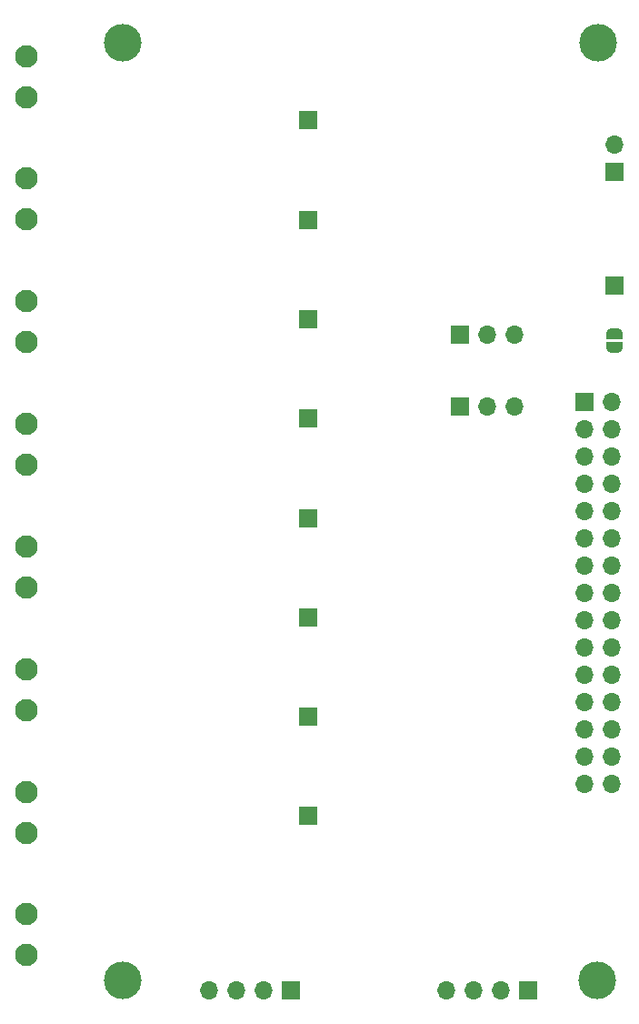
<source format=gbr>
%TF.GenerationSoftware,KiCad,Pcbnew,9.0.6*%
%TF.CreationDate,2025-11-26T11:14:55+11:00*%
%TF.ProjectId,v8_equip_dig_in_non_iso,76385f65-7175-4697-905f-6469675f696e,rev?*%
%TF.SameCoordinates,Original*%
%TF.FileFunction,Soldermask,Bot*%
%TF.FilePolarity,Negative*%
%FSLAX46Y46*%
G04 Gerber Fmt 4.6, Leading zero omitted, Abs format (unit mm)*
G04 Created by KiCad (PCBNEW 9.0.6) date 2025-11-26 11:14:55*
%MOMM*%
%LPD*%
G01*
G04 APERTURE LIST*
G04 Aperture macros list*
%AMFreePoly0*
4,1,23,0.500000,-0.750000,0.000000,-0.750000,0.000000,-0.745722,-0.065263,-0.745722,-0.191342,-0.711940,-0.304381,-0.646677,-0.396677,-0.554381,-0.461940,-0.441342,-0.495722,-0.315263,-0.495722,-0.250000,-0.500000,-0.250000,-0.500000,0.250000,-0.495722,0.250000,-0.495722,0.315263,-0.461940,0.441342,-0.396677,0.554381,-0.304381,0.646677,-0.191342,0.711940,-0.065263,0.745722,0.000000,0.745722,
0.000000,0.750000,0.500000,0.750000,0.500000,-0.750000,0.500000,-0.750000,$1*%
%AMFreePoly1*
4,1,23,0.000000,0.745722,0.065263,0.745722,0.191342,0.711940,0.304381,0.646677,0.396677,0.554381,0.461940,0.441342,0.495722,0.315263,0.495722,0.250000,0.500000,0.250000,0.500000,-0.250000,0.495722,-0.250000,0.495722,-0.315263,0.461940,-0.441342,0.396677,-0.554381,0.304381,-0.646677,0.191342,-0.711940,0.065263,-0.745722,0.000000,-0.745722,0.000000,-0.750000,-0.500000,-0.750000,
-0.500000,0.750000,0.000000,0.750000,0.000000,0.745722,0.000000,0.745722,$1*%
G04 Aperture macros list end*
%ADD10R,1.700000X1.700000*%
%ADD11C,2.100000*%
%ADD12O,1.700000X1.700000*%
%ADD13C,3.500000*%
%ADD14FreePoly0,270.000000*%
%ADD15FreePoly1,270.000000*%
G04 APERTURE END LIST*
D10*
%TO.C,J16*%
X29210000Y-75996800D03*
%TD*%
%TO.C,J9*%
X29210000Y-11192332D03*
%TD*%
D11*
%TO.C,J3*%
X3000000Y-31873370D03*
X3000000Y-28063370D03*
%TD*%
D10*
%TO.C,JP2*%
X43408600Y-37846000D03*
D12*
X45948600Y-37846000D03*
X48488600Y-37846000D03*
%TD*%
D10*
%TO.C,J17*%
X54991000Y-37465000D03*
D12*
X57531000Y-37465000D03*
X54991000Y-40005000D03*
X57531000Y-40005000D03*
X54991000Y-42545000D03*
X57531000Y-42545000D03*
X54991000Y-45085000D03*
X57531000Y-45085000D03*
X54991000Y-47625000D03*
X57531000Y-47625000D03*
X54991000Y-50165000D03*
X57531000Y-50165000D03*
X54991000Y-52705000D03*
X57531000Y-52705000D03*
X54991000Y-55245000D03*
X57531000Y-55245000D03*
X54991000Y-57785000D03*
X57531000Y-57785000D03*
X54991000Y-60325000D03*
X57531000Y-60325000D03*
X54991000Y-62865000D03*
X57531000Y-62865000D03*
X54991000Y-65405000D03*
X57531000Y-65405000D03*
X54991000Y-67945000D03*
X57531000Y-67945000D03*
X54991000Y-70485000D03*
X57531000Y-70485000D03*
X54991000Y-73025000D03*
X57531000Y-73025000D03*
%TD*%
D13*
%TO.C,H4*%
X56184800Y-91287600D03*
%TD*%
D10*
%TO.C,J10*%
X29210000Y-20472400D03*
%TD*%
%TO.C,J11*%
X29210000Y-29743400D03*
%TD*%
D11*
%TO.C,J8*%
X3000000Y-88950800D03*
X3000000Y-85140800D03*
%TD*%
%TO.C,J4*%
X3000000Y-43288855D03*
X3000000Y-39478855D03*
%TD*%
D10*
%TO.C,JP1*%
X43408600Y-31140400D03*
D12*
X45948600Y-31140400D03*
X48488600Y-31140400D03*
%TD*%
D11*
%TO.C,J1*%
X3000000Y-9042400D03*
X3000000Y-5232400D03*
%TD*%
%TO.C,J6*%
X3000000Y-66119825D03*
X3000000Y-62309825D03*
%TD*%
D10*
%TO.C,CON3*%
X49733200Y-92202000D03*
D12*
X47193200Y-92202000D03*
X44653200Y-92202000D03*
X42113200Y-92202000D03*
%TD*%
D10*
%TO.C,J12*%
X29210000Y-38989000D03*
%TD*%
D11*
%TO.C,J7*%
X3000000Y-77535310D03*
X3000000Y-73725310D03*
%TD*%
D10*
%TO.C,CON1*%
X27635200Y-92227400D03*
D12*
X25095200Y-92227400D03*
X22555200Y-92227400D03*
X20015200Y-92227400D03*
%TD*%
D10*
%TO.C,J19*%
X57785000Y-26568400D03*
%TD*%
D13*
%TO.C,H3*%
X56235600Y-4007600D03*
%TD*%
D10*
%TO.C,J14*%
X29210000Y-57505600D03*
%TD*%
%TO.C,J15*%
X29210000Y-66751200D03*
%TD*%
D11*
%TO.C,J2*%
X3000000Y-20457885D03*
X3000000Y-16647885D03*
%TD*%
D10*
%TO.C,J18*%
X57734200Y-15976600D03*
D12*
X57734200Y-13436600D03*
%TD*%
D13*
%TO.C,H1*%
X12000000Y-4007600D03*
%TD*%
%TO.C,H2*%
X12000000Y-91287600D03*
%TD*%
D10*
%TO.C,J13*%
X29210000Y-48260000D03*
%TD*%
D11*
%TO.C,J5*%
X3000000Y-54704340D03*
X3000000Y-50894340D03*
%TD*%
D14*
%TO.C,JP4*%
X57759600Y-31074600D03*
D15*
X57759600Y-32374600D03*
%TD*%
M02*

</source>
